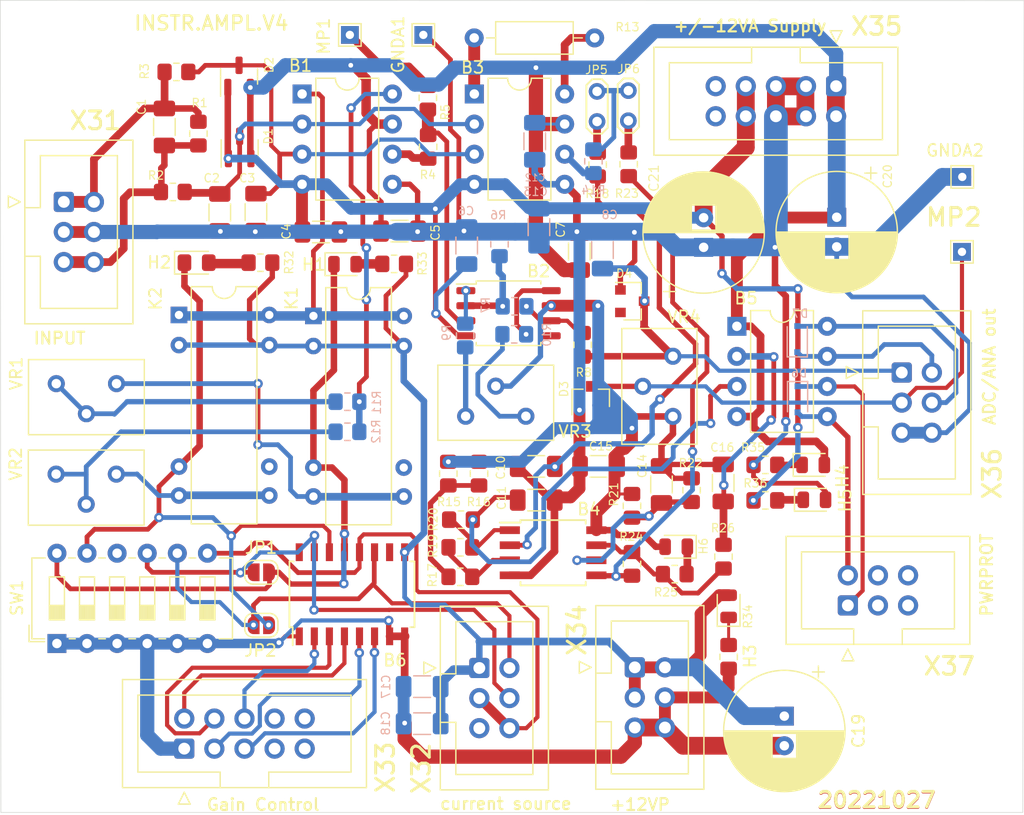
<source format=kicad_pcb>
(kicad_pcb (version 20211014) (generator pcbnew)

  (general
    (thickness 1.6)
  )

  (paper "A4")
  (layers
    (0 "F.Cu" signal)
    (31 "B.Cu" signal)
    (32 "B.Adhes" user "B.Adhesive")
    (33 "F.Adhes" user "F.Adhesive")
    (34 "B.Paste" user)
    (35 "F.Paste" user)
    (36 "B.SilkS" user "B.Silkscreen")
    (37 "F.SilkS" user "F.Silkscreen")
    (38 "B.Mask" user)
    (39 "F.Mask" user)
    (40 "Dwgs.User" user "User.Drawings")
    (41 "Cmts.User" user "User.Comments")
    (42 "Eco1.User" user "User.Eco1")
    (43 "Eco2.User" user "User.Eco2")
    (44 "Edge.Cuts" user)
    (45 "Margin" user)
    (46 "B.CrtYd" user "B.Courtyard")
    (47 "F.CrtYd" user "F.Courtyard")
    (48 "B.Fab" user)
    (49 "F.Fab" user)
    (50 "User.1" user)
    (51 "User.2" user)
    (52 "User.3" user)
    (53 "User.4" user)
    (54 "User.5" user)
    (55 "User.6" user)
    (56 "User.7" user)
    (57 "User.8" user)
    (58 "User.9" user)
  )

  (setup
    (stackup
      (layer "F.SilkS" (type "Top Silk Screen"))
      (layer "F.Paste" (type "Top Solder Paste"))
      (layer "F.Mask" (type "Top Solder Mask") (thickness 0.01))
      (layer "F.Cu" (type "copper") (thickness 0.035))
      (layer "dielectric 1" (type "core") (thickness 1.51) (material "FR4") (epsilon_r 4.5) (loss_tangent 0.02))
      (layer "B.Cu" (type "copper") (thickness 0.035))
      (layer "B.Mask" (type "Bottom Solder Mask") (thickness 0.01))
      (layer "B.Paste" (type "Bottom Solder Paste"))
      (layer "B.SilkS" (type "Bottom Silk Screen"))
      (copper_finish "None")
      (dielectric_constraints no)
    )
    (pad_to_mask_clearance 0)
    (pcbplotparams
      (layerselection 0x00010fc_ffffffff)
      (disableapertmacros false)
      (usegerberextensions false)
      (usegerberattributes true)
      (usegerberadvancedattributes true)
      (creategerberjobfile true)
      (svguseinch false)
      (svgprecision 6)
      (excludeedgelayer true)
      (plotframeref false)
      (viasonmask false)
      (mode 1)
      (useauxorigin false)
      (hpglpennumber 1)
      (hpglpenspeed 20)
      (hpglpendiameter 15.000000)
      (dxfpolygonmode true)
      (dxfimperialunits true)
      (dxfusepcbnewfont true)
      (psnegative false)
      (psa4output false)
      (plotreference true)
      (plotvalue true)
      (plotinvisibletext false)
      (sketchpadsonfab false)
      (subtractmaskfromsilk false)
      (outputformat 1)
      (mirror false)
      (drillshape 0)
      (scaleselection 1)
      (outputdirectory "")
    )
  )

  (net 0 "")
  (net 1 "Net-(B3-Pad1)")
  (net 2 "Net-(B3-Pad8)")
  (net 3 "Net-(B5-Pad2)")
  (net 4 "Net-(B4-Pad7)")
  (net 5 "uC02")
  (net 6 "uC03")
  (net 7 "uC04")
  (net 8 "uC05")
  (net 9 "uC06")
  (net 10 "+12P")
  (net 11 "Net-(H2-Pad2)")
  (net 12 "Net-(H1-Pad2)")
  (net 13 "Net-(H3-Pad1)")
  (net 14 "GNDA")
  (net 15 "Net-(H4-Pad1)")
  (net 16 "-12VA")
  (net 17 "Net-(H5-Pad1)")
  (net 18 "Net-(B1-Pad2)")
  (net 19 "Net-(C1-Pad2)")
  (net 20 "Net-(C1-Pad1)")
  (net 21 "Net-(B1-Pad3)")
  (net 22 "Net-(B1-Pad6)")
  (net 23 "Net-(B2-Pad3)")
  (net 24 "Net-(B2-Pad2)")
  (net 25 "Net-(B2-Pad6)")
  (net 26 "Net-(C8-Pad1)")
  (net 27 "Net-(R9-Pad1)")
  (net 28 "Net-(B2-Pad1)")
  (net 29 "Net-(R10-Pad1)")
  (net 30 "Net-(B2-Pad8)")
  (net 31 "Net-(B1-Pad8)")
  (net 32 "Net-(R11-Pad2)")
  (net 33 "Net-(R12-Pad2)")
  (net 34 "Net-(B3-Pad6)")
  (net 35 "Net-(R15-Pad1)")
  (net 36 "+12VA")
  (net 37 "Net-(B4-Pad3)")
  (net 38 "Net-(B4-Pad2)")
  (net 39 "Net-(B4-Pad1)")
  (net 40 "Net-(B5-Pad3)")
  (net 41 "Net-(B4-Pad6)")
  (net 42 "Net-(B4-Pad5)")
  (net 43 "Net-(H6-Pad1)")
  (net 44 "Net-(B6-Pad14)")
  (net 45 "Net-(B1-Pad1)")
  (net 46 "Net-(K2-Pad7)")
  (net 47 "Net-(B6-Pad13)")
  (net 48 "Net-(K1-Pad7)")
  (net 49 "Net-(D3-Pad1)")
  (net 50 "unconnected-(B2-Pad5)")
  (net 51 "unconnected-(B6-Pad10)")
  (net 52 "Net-(B6-Pad11)")
  (net 53 "Net-(B6-Pad12)")
  (net 54 "Net-(B6-Pad15)")
  (net 55 "unconnected-(B6-Pad16)")
  (net 56 "Net-(B5-Pad5)")
  (net 57 "Net-(B5-Pad6)")
  (net 58 "B5A:7")
  (net 59 "B5A:8")
  (net 60 "GNDP")
  (net 61 "unconnected-(X33-Pad7)")
  (net 62 "uC01")
  (net 63 "unconnected-(X37-Pad3)")
  (net 64 "unconnected-(X37-Pad5)")
  (net 65 "unconnected-(X37-Pad4)")
  (net 66 "unconnected-(X37-Pad6)")
  (net 67 "unconnected-(X32-Pad5)")
  (net 68 "unconnected-(SW1-Pad10)")
  (net 69 "Net-(MP1-Pad1)")
  (net 70 "Net-(JP5-Pad1)")
  (net 71 "Net-(JP5-Pad2)")
  (net 72 "Net-(JP6-Pad1)")

  (footprint "Resistor_SMD:R_0805_2012Metric_Pad1.20x1.40mm_HandSolder" (layer "F.Cu") (at 127.9144 60.833 -90))

  (footprint "Resistor_SMD:R_0805_2012Metric_Pad1.20x1.40mm_HandSolder" (layer "F.Cu") (at 89.4588 63.1698 180))

  (footprint "Connector_IDC:IDC-Header_2x03_P2.54mm_Vertical" (layer "F.Cu") (at 128.4319 103.2968))

  (footprint "Connector_IDC:IDC-Header_2x05_P2.54mm_Vertical" (layer "F.Cu") (at 90.424 110.1598 90))

  (footprint "Capacitor_THT:CP_Radial_D10.0mm_P2.50mm" (layer "F.Cu") (at 141.0462 107.4166 -90))

  (footprint "MountingHole:MountingHole_3.2mm_M3" (layer "F.Cu") (at 156.1592 52.0446))

  (footprint "Connector_IDC:IDC-Header_2x03_P2.54mm_Vertical" (layer "F.Cu") (at 80.264 64.008))

  (footprint "Resistor_SMD:R_0805_2012Metric_Pad1.20x1.40mm_HandSolder" (layer "F.Cu") (at 136.3472 102.4128 90))

  (footprint "Potentiometer_THT:Potentiometer_Bourns_3299Y_Vertical" (layer "F.Cu") (at 131.6482 82.1182 -90))

  (footprint "Resistor_SMD:R_0805_2012Metric_Pad1.20x1.40mm_HandSolder" (layer "F.Cu") (at 89.7636 53.0352 180))

  (footprint "Resistor_SMD:R_0805_2012Metric_Pad1.20x1.40mm_HandSolder" (layer "F.Cu") (at 113.7666 90.8304))

  (footprint "Capacitor_THT:CP_Radial_D10.0mm_P2.50mm" (layer "F.Cu") (at 134.239 67.843477 90))

  (footprint "Capacitor_SMD:C_1206_3216Metric_Pad1.33x1.80mm_HandSolder" (layer "F.Cu") (at 130.683 87.8586 90))

  (footprint "TestPoint:TestPoint_THTPad_1.5x1.5mm_Drill0.7mm" (layer "F.Cu") (at 156.0576 61.8998))

  (footprint "LED_SMD:LED_0805_2012Metric_Pad1.15x1.40mm_HandSolder" (layer "F.Cu") (at 91.4654 69.1388))

  (footprint "Resistor_SMD:R_0805_2012Metric_Pad1.20x1.40mm_HandSolder" (layer "F.Cu") (at 96.8502 69.1388 180))

  (footprint "Resistor_SMD:R_0805_2012Metric_Pad1.20x1.40mm_HandSolder" (layer "F.Cu") (at 139.446 89.2048))

  (footprint "Resistor_SMD:R_0805_2012Metric_Pad1.20x1.40mm_HandSolder" (layer "F.Cu") (at 91.6178 58.2422 -90))

  (footprint "Capacitor_SMD:C_1206_3216Metric_Pad1.33x1.80mm_HandSolder" (layer "F.Cu") (at 101.9556 66.548))

  (footprint "Package_DIP:DIP-8_W7.62mm" (layer "F.Cu") (at 137.043 74.5082))

  (footprint "Capacitor_SMD:C_1206_3216Metric_Pad1.33x1.80mm_HandSolder" (layer "F.Cu") (at 96.4692 64.8716 -90))

  (footprint "Resistor_SMD:R_0805_2012Metric_Pad1.20x1.40mm_HandSolder" (layer "F.Cu") (at 128.1938 89.662 90))

  (footprint "Capacitor_SMD:C_1206_3216Metric_Pad1.33x1.80mm_HandSolder" (layer "F.Cu") (at 93.4212 64.897 -90))

  (footprint "Resistor_SMD:R_0805_2012Metric_Pad1.20x1.40mm_HandSolder" (layer "F.Cu") (at 113.7158 95.6564))

  (footprint "Package_SO:SOIC-8W_5.3x5.3mm_P1.27mm" (layer "F.Cu") (at 121.539 93.6244))

  (footprint "Package_TO_SOT_SMD:SOT-23" (layer "F.Cu") (at 95.0976 59.4106 90))

  (footprint "TestPoint:TestPoint_2Pads_Pitch2.54mm_Drill0.8mm" (layer "F.Cu") (at 127.889 57.1554 90))

  (footprint "Resistor_THT:R_Axial_DIN0207_L6.3mm_D2.5mm_P10.16mm_Horizontal" (layer "F.Cu") (at 114.8842 50.165))

  (footprint "Jumper:SolderJumper-2_P1.3mm_Open_RoundedPad1.0x1.5mm" (layer "F.Cu") (at 96.9264 95.2754))

  (footprint "Package_TO_SOT_SMD:SOT-23" (layer "F.Cu") (at 95.0468 53.4162 90))

  (footprint "Package_DIP:DIP-8_W7.62mm" (layer "F.Cu") (at 114.8942 54.8994))

  (footprint "Resistor_SMD:R_0805_2012Metric_Pad1.20x1.40mm_HandSolder" (layer "F.Cu") (at 108.1278 69.2404 180))

  (footprint "Relay_THT:Relay_StandexMeder_DIP_LowProfile" (layer "F.Cu") (at 89.9768 73.553))

  (footprint "Resistor_SMD:R_0805_2012Metric_Pad1.20x1.40mm_HandSolder" (layer "F.Cu") (at 124.0282 76.073 -90))

  (footprint "TestPoint:TestPoint_2Pads_Pitch2.54mm_Drill0.8mm" (layer "F.Cu") (at 125.2474 54.6808 -90))

  (footprint "Connector_IDC:IDC-Header_2x05_P2.54mm_Vertical" (layer "F.Cu") (at 145.415 54.2385 -90))

  (footprint "Capacitor_SMD:C_1206_3216Metric_Pad1.33x1.80mm_HandSolder" (layer "F.Cu") (at 135.89 87.7316 90))

  (footprint "Package_SO:SOIC-16W_5.3x10.2mm_P1.27mm" (layer "F.Cu") (at 104.5718 97.1296 90))

  (footprint "LED_SMD:LED_0805_2012Metric" (layer "F.Cu") (at 143.5862 89.154))

  (footprint "MountingHole:MountingHole_3.2mm_M3" (layer "F.Cu") (at 80.01 52.07))

  (footprint "Resistor_SMD:R_0805_2012Metric_Pad1.20x1.40mm_HandSolder" (layer "F.Cu")
    (tedit 5F68FEEE) (tstamp 6220dc48-361a-4674-830a-01b53a5ea7e9)
    (at 125.2982 60.8584 90)
    (descr "Resistor SMD 0805 (2012 Metric), square (rectangular) end terminal, IPC_7351 nominal with elongated pad for handsoldering. (Body size source: IPC-SM-782 page 72, https://www.pcb-3d.com/wordpress/wp-content/uploads/ipc-sm-782a_amendment_1_and_2.pdf), generated with kicad-footprint-generator")
    (tags "resistor handsolder")
    (property "Sheetfile" "INSTR AMP - IDC-SMD v22-10-27.kicad_sch")
    (property "Sheetname" "")
    (path "/00000000-0000-0000-0000-0000612c46cb")
    (attr smd)
    (fp_text reference "R18" (at -2.4638 -0.0254 180) (layer "F.SilkS")
      (effects (font (size 0.7 0.7) (thickness 0.1)))
  
... [342603 chars truncated]
</source>
